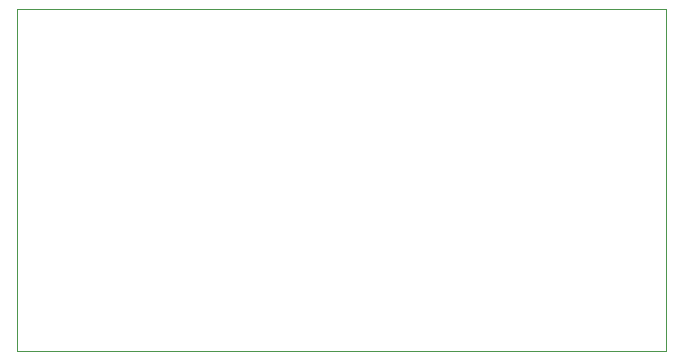
<source format=gbr>
%TF.GenerationSoftware,KiCad,Pcbnew,5.1.6-c6e7f7d~87~ubuntu18.04.1*%
%TF.CreationDate,2020-08-24T16:23:38+01:00*%
%TF.ProjectId,linefollower,6c696e65-666f-46c6-9c6f-7765722e6b69,rev?*%
%TF.SameCoordinates,Original*%
%TF.FileFunction,Profile,NP*%
%FSLAX46Y46*%
G04 Gerber Fmt 4.6, Leading zero omitted, Abs format (unit mm)*
G04 Created by KiCad (PCBNEW 5.1.6-c6e7f7d~87~ubuntu18.04.1) date 2020-08-24 16:23:38*
%MOMM*%
%LPD*%
G01*
G04 APERTURE LIST*
%TA.AperFunction,Profile*%
%ADD10C,0.050000*%
%TD*%
G04 APERTURE END LIST*
D10*
X106000000Y-22000000D02*
X106000000Y-51000000D01*
X161000000Y-22000000D02*
X106000000Y-22000000D01*
X161000000Y-51000000D02*
X161000000Y-22000000D01*
X106000000Y-51000000D02*
X161000000Y-51000000D01*
M02*

</source>
